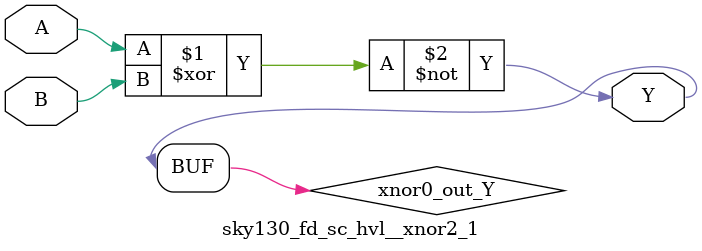
<source format=v>
/*
 * Copyright 2020 The SkyWater PDK Authors
 *
 * Licensed under the Apache License, Version 2.0 (the "License");
 * you may not use this file except in compliance with the License.
 * You may obtain a copy of the License at
 *
 *     https://www.apache.org/licenses/LICENSE-2.0
 *
 * Unless required by applicable law or agreed to in writing, software
 * distributed under the License is distributed on an "AS IS" BASIS,
 * WITHOUT WARRANTIES OR CONDITIONS OF ANY KIND, either express or implied.
 * See the License for the specific language governing permissions and
 * limitations under the License.
 *
 * SPDX-License-Identifier: Apache-2.0
*/


`ifndef SKY130_FD_SC_HVL__XNOR2_1_FUNCTIONAL_V
`define SKY130_FD_SC_HVL__XNOR2_1_FUNCTIONAL_V

/**
 * xnor2: 2-input exclusive NOR.
 *
 *        Y = !(A ^ B)
 *
 * Verilog simulation functional model.
 */

`timescale 1ns / 1ps
`default_nettype none

`celldefine
module sky130_fd_sc_hvl__xnor2_1 (
    Y,
    A,
    B
);

    // Module ports
    output Y;
    input  A;
    input  B;

    // Local signals
    wire xnor0_out_Y;

    //   Name   Output       Other arguments
    xnor xnor0 (xnor0_out_Y, A, B           );
    buf  buf0  (Y          , xnor0_out_Y    );

endmodule
`endcelldefine

`default_nettype wire
`endif  // SKY130_FD_SC_HVL__XNOR2_1_FUNCTIONAL_V

</source>
